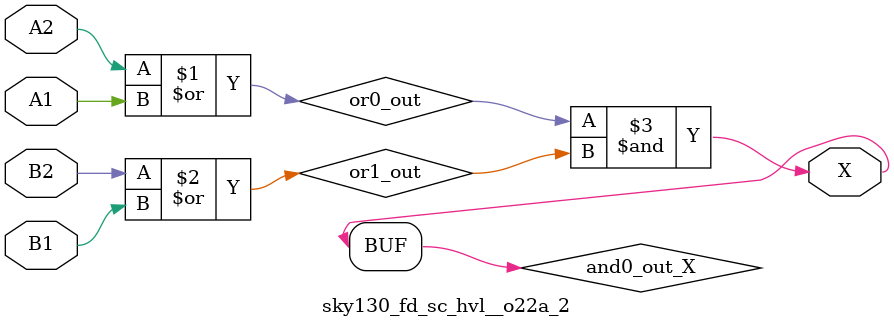
<source format=v>
module sky130_fd_sc_hvl__o22a_2 (
    X ,
    A1,
    A2,
    B1,
    B2
);
    output X ;
    input  A1;
    input  A2;
    input  B1;
    input  B2;
    wire or0_out   ;
    wire or1_out   ;
    wire and0_out_X;
    or  or0  (or0_out   , A2, A1          );
    or  or1  (or1_out   , B2, B1          );
    and and0 (and0_out_X, or0_out, or1_out);
    buf buf0 (X         , and0_out_X      );
endmodule
</source>
